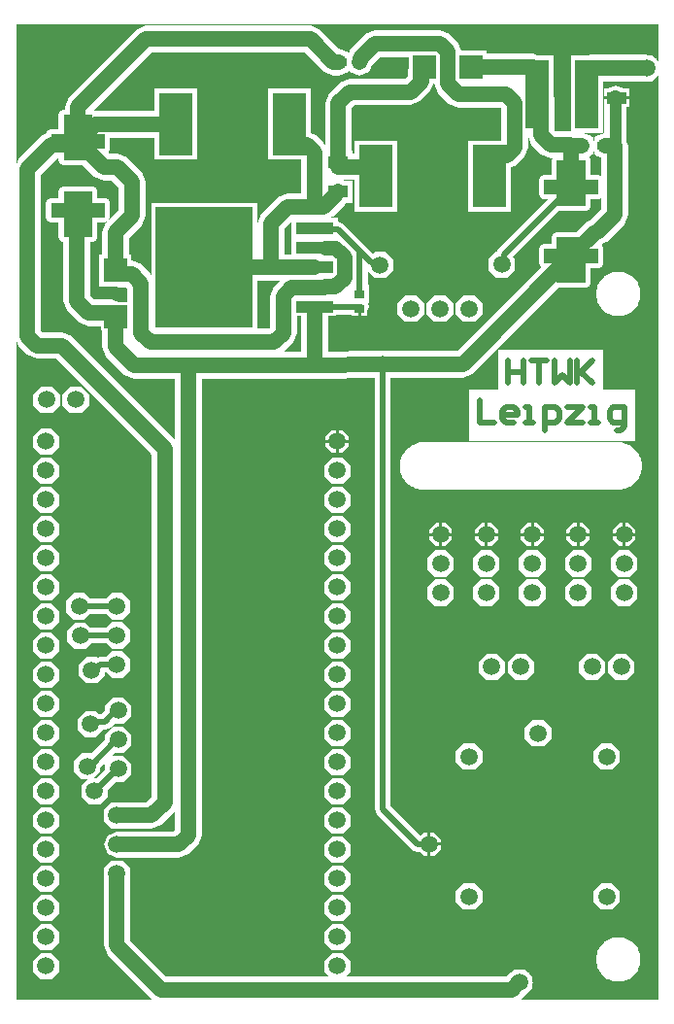
<source format=gbr>
%TF.GenerationSoftware,Altium Limited,Altium Designer,24.8.2 (39)*%
G04 Layer_Physical_Order=1*
G04 Layer_Color=255*
%FSLAX42Y42*%
%MOMM*%
%TF.SameCoordinates,BB747903-394C-41F1-A4B2-47FFA63BDE77*%
%TF.FilePolarity,Positive*%
%TF.FileFunction,Copper,L1,Top,Signal*%
%TF.Part,Single*%
G01*
G75*
%TA.AperFunction,SMDPad,CuDef*%
%ADD10R,2.00X2.00*%
%ADD11R,3.21X1.05*%
%ADD12R,0.85X0.75*%
%ADD13R,0.70X0.70*%
%ADD14R,1.71X1.10*%
%ADD15R,2.90X5.40*%
%ADD16R,8.46X10.53*%
%ADD17R,2.00X6.00*%
%ADD18R,2.00X2.00*%
%TA.AperFunction,Conductor*%
%ADD19C,0.50*%
%ADD20C,1.37*%
%ADD21C,1.27*%
%ADD22C,1.30*%
%ADD23C,1.00*%
%TA.AperFunction,NonConductor*%
%ADD24C,0.50*%
%TA.AperFunction,ComponentPad*%
%ADD25C,1.50*%
%TA.AperFunction,ViaPad*%
%ADD26C,1.50*%
G36*
X5600Y8180D02*
X5585Y8195D01*
X5583Y8201D01*
X5583Y8201D01*
X5577Y8203D01*
X5548Y8232D01*
X5506D01*
X5500Y8235D01*
X5235D01*
X5235Y8235D01*
X5006D01*
X4994Y8230D01*
X4835D01*
Y7567D01*
X4834Y7567D01*
X4706D01*
X4694Y7580D01*
Y7858D01*
X4685Y7880D01*
Y8230D01*
X4544D01*
X4507Y8245D01*
X4103D01*
Y8268D01*
X3881D01*
X3847Y8348D01*
X3782Y8413D01*
X3699Y8447D01*
X3125D01*
X3042Y8413D01*
X2917Y8288D01*
X2900Y8248D01*
X2898Y8253D01*
X2819Y8286D01*
X2652Y8453D01*
X2568Y8487D01*
X1130D01*
X1047Y8453D01*
X457Y7863D01*
X423Y7780D01*
Y7758D01*
X415D01*
X384Y7746D01*
X372Y7715D01*
Y7588D01*
X305D01*
X274Y7576D01*
X262Y7547D01*
X226Y7532D01*
X17Y7323D01*
X0Y7282D01*
Y8500D01*
X5600D01*
Y8180D01*
D02*
G37*
G36*
Y0D02*
X4394D01*
X4405Y4D01*
X4435Y35D01*
X4435D01*
X4465Y65D01*
X4471Y67D01*
X4473Y73D01*
X4503Y102D01*
Y144D01*
X4505Y150D01*
X4503Y156D01*
Y198D01*
X4473Y227D01*
X4471Y233D01*
X4465Y235D01*
X4435Y265D01*
X4393D01*
X4388Y267D01*
X4384D01*
X4378Y265D01*
X4340D01*
X4313Y238D01*
X4301Y233D01*
X4273Y205D01*
X2876D01*
X2915Y244D01*
Y340D01*
X2848Y407D01*
X2752D01*
X2685Y340D01*
Y244D01*
X2724Y205D01*
X1311D01*
X997Y519D01*
Y1096D01*
X995Y1102D01*
Y1144D01*
X965Y1173D01*
X963Y1179D01*
X957Y1181D01*
X928Y1211D01*
X886D01*
X880Y1213D01*
X874Y1211D01*
X832D01*
X803Y1181D01*
X797Y1179D01*
X795Y1173D01*
X765Y1144D01*
Y1102D01*
X763Y1096D01*
Y470D01*
X797Y387D01*
X1179Y4D01*
X1190Y0D01*
X0D01*
Y5738D01*
X17Y5697D01*
X97Y5617D01*
X180Y5583D01*
X351D01*
X1183Y4751D01*
Y1769D01*
X1135Y1721D01*
X880D01*
X874Y1719D01*
X832D01*
X803Y1689D01*
X797Y1687D01*
X795Y1681D01*
X765Y1652D01*
Y1610D01*
X763Y1604D01*
X765Y1598D01*
Y1556D01*
X795Y1527D01*
X797Y1521D01*
X803Y1519D01*
X832Y1489D01*
X874D01*
X880Y1487D01*
X1184D01*
X1267Y1521D01*
X1383Y1636D01*
Y1479D01*
X1371Y1467D01*
X880D01*
X839Y1450D01*
X838D01*
X838Y1450D01*
X797Y1433D01*
X780Y1392D01*
X780Y1392D01*
Y1391D01*
X763Y1350D01*
X780Y1309D01*
Y1308D01*
X780Y1308D01*
X797Y1267D01*
X838Y1250D01*
X838Y1250D01*
X839D01*
X880Y1233D01*
X1420D01*
X1503Y1267D01*
X1583Y1347D01*
X1617Y1430D01*
Y5413D01*
X2603D01*
X2675Y5413D01*
X2676Y5413D01*
X2676Y5413D01*
X3082Y5418D01*
X3125D01*
Y1663D01*
X3125Y1662D01*
X3145Y1613D01*
X3453Y1305D01*
X3453Y1305D01*
X3503Y1285D01*
X3528D01*
X3558Y1255D01*
X3587D01*
Y1355D01*
Y1455D01*
X3558D01*
X3530Y1427D01*
X3265Y1692D01*
Y5418D01*
X3895D01*
X3978Y5452D01*
X4728Y6202D01*
X4965D01*
X4996Y6214D01*
X5008Y6245D01*
Y6372D01*
X5075D01*
X5106Y6384D01*
X5118Y6415D01*
Y6545D01*
X5106Y6576D01*
X5103Y6577D01*
X5119Y6593D01*
X5153Y6607D01*
X5303Y6757D01*
X5337Y6840D01*
Y7440D01*
X5322Y7476D01*
Y7777D01*
X5346D01*
Y7845D01*
X5124D01*
Y7777D01*
X5128D01*
Y7554D01*
X5052Y7523D01*
X5043Y7500D01*
X5040D01*
Y7493D01*
X5035Y7482D01*
Y7515D01*
X5016D01*
X5013Y7523D01*
X4948Y7550D01*
X5115D01*
Y8000D01*
X5235D01*
X5235Y8000D01*
X5500D01*
X5500Y8000D01*
X5506Y8003D01*
X5548D01*
X5577Y8032D01*
X5583Y8034D01*
X5585Y8040D01*
X5600Y8055D01*
Y0D01*
D02*
G37*
G36*
X2685Y8087D02*
X2768Y8053D01*
X2815D01*
X2898Y8087D01*
X2901Y8095D01*
X2906D01*
X2909Y8087D01*
X2992Y8053D01*
X3075Y8087D01*
X3076Y8090D01*
X3083Y8097D01*
X3101Y8140D01*
X3174Y8213D01*
X3423D01*
Y8118D01*
X3414Y8096D01*
Y8052D01*
X3389Y8027D01*
X2905D01*
X2822Y7993D01*
X2727Y7898D01*
X2693Y7815D01*
Y7441D01*
X2682Y7468D01*
X2618Y7532D01*
X2618Y7532D01*
X2570Y7551D01*
Y7940D01*
X2200D01*
Y7320D01*
X2481D01*
Y7027D01*
X2366D01*
X2283Y6993D01*
X2137Y6847D01*
X2103Y6765D01*
Y6946D01*
X1177D01*
Y6317D01*
X1173Y6326D01*
X1093Y6407D01*
X1010Y6441D01*
X1005D01*
Y6495D01*
X982D01*
Y6637D01*
X1093Y6748D01*
X1127Y6831D01*
Y7130D01*
X1093Y7213D01*
X968Y7338D01*
X885Y7372D01*
X814D01*
X803Y7383D01*
X806Y7384D01*
X818Y7415D01*
Y7513D01*
X1210D01*
Y7320D01*
X1580D01*
Y7940D01*
X1210D01*
Y7747D01*
X691D01*
X679Y7753D01*
X1179Y8253D01*
X2520D01*
X2685Y8087D01*
D02*
G37*
G36*
X665Y7545D02*
X775D01*
Y7415D01*
X665D01*
Y7315D01*
X415D01*
Y7415D01*
X305D01*
Y7545D01*
X415D01*
Y7715D01*
X665D01*
Y7545D01*
D02*
G37*
G36*
X5040Y7387D02*
Y7380D01*
X5043D01*
X5052Y7357D01*
X5103Y7336D01*
Y7177D01*
X5075Y7188D01*
X5008D01*
Y7315D01*
X4996Y7346D01*
X4991Y7348D01*
X5013Y7357D01*
X5016Y7365D01*
X5035D01*
Y7398D01*
X5040Y7387D01*
D02*
G37*
G36*
X4965Y7145D02*
X5075D01*
Y7015D01*
X4965D01*
Y6915D01*
X4715D01*
Y7015D01*
X4605D01*
Y7145D01*
X4715D01*
Y7315D01*
X4965D01*
Y7145D01*
D02*
G37*
G36*
X3647Y7980D02*
X3681Y7897D01*
X3772Y7805D01*
X3855Y7771D01*
X4226D01*
X4229Y7768D01*
Y7487D01*
X3942D01*
Y6867D01*
X4312D01*
Y7256D01*
X4360Y7276D01*
X4430Y7345D01*
X4464Y7428D01*
Y7519D01*
X4493Y7448D01*
X4574Y7367D01*
X4658Y7333D01*
X4679D01*
X4672Y7315D01*
Y7188D01*
X4605D01*
X4574Y7176D01*
X4562Y7145D01*
Y7015D01*
X4574Y6984D01*
X4605Y6972D01*
X4632D01*
X4204Y6544D01*
X4196Y6522D01*
X4187D01*
X4120Y6455D01*
Y6360D01*
X4187Y6292D01*
X4283D01*
X4350Y6360D01*
Y6455D01*
X4332Y6473D01*
X4731Y6872D01*
X4965D01*
X4996Y6884D01*
X5008Y6915D01*
Y6972D01*
X5075D01*
X5103Y6983D01*
Y6889D01*
X5001Y6787D01*
X4967Y6773D01*
X4882Y6688D01*
X4715D01*
X4684Y6676D01*
X4672Y6645D01*
Y6588D01*
X4605D01*
X4574Y6576D01*
X4562Y6545D01*
Y6415D01*
X4574Y6384D01*
X4577Y6383D01*
X3846Y5652D01*
X3082D01*
X3081Y5652D01*
X3080Y5652D01*
X2720Y5648D01*
Y5962D01*
X2789D01*
Y5970D01*
X2927D01*
Y5957D01*
X2982D01*
Y6020D01*
X3008D01*
Y5957D01*
X3063D01*
Y5998D01*
X3080Y6040D01*
X3067Y6072D01*
X3078D01*
Y6228D01*
X3066D01*
Y6347D01*
X3125Y6288D01*
X3220D01*
X3288Y6355D01*
Y6450D01*
X3220Y6518D01*
X3125D01*
X3112Y6505D01*
X3045Y6572D01*
X3045Y6572D01*
X2859Y6759D01*
X2809Y6779D01*
X2809Y6779D01*
X2804D01*
Y6812D01*
X2727D01*
X2762Y6827D01*
X2863Y6928D01*
X2865Y6932D01*
X2877Y6945D01*
X2935D01*
Y7135D01*
X2864D01*
X2851Y7141D01*
X2952D01*
Y6867D01*
X3322D01*
Y7487D01*
X2952D01*
Y7375D01*
X2935D01*
Y7395D01*
X2927D01*
Y7766D01*
X2954Y7793D01*
X3438D01*
X3521Y7827D01*
X3614Y7920D01*
X3642Y7988D01*
X3647D01*
Y7980D01*
D02*
G37*
G36*
X372Y7315D02*
X384Y7284D01*
X415Y7272D01*
X582D01*
X682Y7172D01*
X765Y7137D01*
X837D01*
X893Y7081D01*
Y6879D01*
X811Y6798D01*
X818Y6815D01*
Y6945D01*
X806Y6976D01*
X775Y6988D01*
X708D01*
Y7045D01*
X696Y7076D01*
X665Y7088D01*
X415D01*
X384Y7076D01*
X372Y7045D01*
Y6988D01*
X305D01*
X274Y6976D01*
X262Y6945D01*
Y6815D01*
X274Y6784D01*
X305Y6772D01*
X372D01*
Y6645D01*
X384Y6614D01*
X413Y6603D01*
Y6090D01*
X447Y6007D01*
X550Y5903D01*
X633Y5869D01*
X740D01*
Y5830D01*
X748D01*
Y5691D01*
X782Y5607D01*
X943Y5447D01*
X1026Y5413D01*
X1383D01*
Y4884D01*
X483Y5783D01*
X400Y5817D01*
X229D01*
X217Y5829D01*
Y7191D01*
X357Y7331D01*
X372D01*
Y7315D01*
D02*
G37*
G36*
X665Y6945D02*
X775D01*
Y6815D01*
X665D01*
Y6645D01*
X415D01*
Y6815D01*
X305D01*
Y6945D01*
X415D01*
Y7045D01*
X665D01*
Y6945D01*
D02*
G37*
G36*
X2403Y6627D02*
Y6497D01*
X2337D01*
Y6715D01*
X2403Y6780D01*
Y6627D01*
D02*
G37*
G36*
X4965Y6545D02*
X5075D01*
Y6415D01*
X4965D01*
Y6245D01*
X4715D01*
Y6415D01*
X4605D01*
Y6545D01*
X4715D01*
Y6645D01*
X4965D01*
Y6545D01*
D02*
G37*
G36*
X782Y6769D02*
X748Y6686D01*
Y6495D01*
X725D01*
Y6215D01*
X875D01*
X897Y6206D01*
X961D01*
X973Y6195D01*
Y6080D01*
X890D01*
X834Y6104D01*
X682D01*
X647Y6139D01*
Y6602D01*
X665D01*
X696Y6614D01*
X708Y6645D01*
Y6772D01*
X775D01*
X792Y6779D01*
X782Y6769D01*
D02*
G37*
G36*
X2247Y6213D02*
X2213Y6130D01*
Y5859D01*
X2201Y5847D01*
X2103D01*
Y6263D01*
X2297D01*
X2247Y6213D01*
D02*
G37*
G36*
X2486Y5647D02*
X2333D01*
X2413Y5727D01*
X2447Y5810D01*
Y5962D01*
X2486D01*
Y5647D01*
D02*
G37*
%LPC*%
G36*
X5225Y7970D02*
X5176Y7950D01*
X5156Y7941D01*
X5154Y7939D01*
X5153Y7938D01*
X5124D01*
Y7870D01*
X5235D01*
X5346D01*
Y7938D01*
X5295D01*
X5294Y7941D01*
X5225Y7970D01*
D02*
G37*
G36*
X5265Y6343D02*
X5235D01*
X5231Y6342D01*
X5227Y6342D01*
X5198Y6337D01*
X5194Y6334D01*
X5190D01*
X5162Y6323D01*
X5159Y6320D01*
X5155Y6319D01*
X5130Y6303D01*
X5128Y6299D01*
X5124Y6297D01*
X5103Y6276D01*
X5101Y6272D01*
X5097Y6270D01*
X5081Y6245D01*
X5080Y6241D01*
X5077Y6238D01*
X5066Y6210D01*
Y6206D01*
X5063Y6202D01*
X5058Y6173D01*
X5058Y6169D01*
X5057Y6165D01*
Y6150D01*
Y6135D01*
X5058Y6131D01*
X5058Y6127D01*
X5063Y6098D01*
X5066Y6094D01*
Y6090D01*
X5077Y6062D01*
X5080Y6059D01*
X5081Y6055D01*
X5097Y6030D01*
X5101Y6028D01*
X5103Y6024D01*
X5124Y6003D01*
X5128Y6001D01*
X5130Y5997D01*
X5155Y5981D01*
X5159Y5980D01*
X5162Y5977D01*
X5190Y5966D01*
X5194D01*
X5198Y5963D01*
X5227Y5958D01*
X5231Y5958D01*
X5235Y5957D01*
X5265D01*
X5269Y5958D01*
X5273Y5958D01*
X5302Y5963D01*
X5306Y5966D01*
X5310D01*
X5338Y5977D01*
X5341Y5980D01*
X5345Y5981D01*
X5370Y5997D01*
X5372Y6001D01*
X5376Y6003D01*
X5397Y6024D01*
X5399Y6028D01*
X5403Y6030D01*
X5419Y6055D01*
X5420Y6059D01*
X5423Y6062D01*
X5434Y6090D01*
Y6094D01*
X5437Y6098D01*
X5442Y6127D01*
X5442Y6131D01*
X5443Y6135D01*
Y6150D01*
Y6165D01*
X5442Y6169D01*
X5442Y6173D01*
X5437Y6202D01*
X5434Y6206D01*
Y6210D01*
X5423Y6238D01*
X5420Y6241D01*
X5419Y6245D01*
X5403Y6270D01*
X5399Y6272D01*
X5397Y6276D01*
X5376Y6297D01*
X5372Y6299D01*
X5370Y6303D01*
X5345Y6319D01*
X5341Y6320D01*
X5338Y6323D01*
X5310Y6334D01*
X5306D01*
X5302Y6337D01*
X5273Y6342D01*
X5269Y6342D01*
X5265Y6343D01*
D02*
G37*
G36*
X567Y5342D02*
X472D01*
X405Y5275D01*
Y5180D01*
X472Y5112D01*
X567D01*
X635Y5180D01*
Y5275D01*
X567Y5342D01*
D02*
G37*
G36*
X313D02*
X218D01*
X151Y5275D01*
Y5180D01*
X218Y5112D01*
X313D01*
X381Y5180D01*
Y5275D01*
X313Y5342D01*
D02*
G37*
G36*
X2842Y4964D02*
X2813D01*
Y4877D01*
X2900D01*
Y4906D01*
X2842Y4964D01*
D02*
G37*
G36*
X2787D02*
X2758D01*
X2700Y4906D01*
Y4877D01*
X2787D01*
Y4964D01*
D02*
G37*
G36*
X5116Y5662D02*
X4203D01*
Y5317D01*
X3950D01*
Y4870D01*
X5396D01*
Y5317D01*
X5116D01*
Y5662D01*
D02*
G37*
G36*
X5266Y4856D02*
X3534D01*
X3530Y4854D01*
X3526Y4855D01*
X3494Y4849D01*
X3490Y4846D01*
X3486D01*
X3456Y4834D01*
X3453Y4831D01*
X3449Y4830D01*
X3422Y4812D01*
X3420Y4809D01*
X3416Y4807D01*
X3393Y4784D01*
X3391Y4780D01*
X3388Y4778D01*
X3370Y4751D01*
X3369Y4747D01*
X3366Y4744D01*
X3354Y4714D01*
Y4710D01*
X3351Y4706D01*
X3345Y4674D01*
X3346Y4670D01*
X3344Y4666D01*
Y4650D01*
Y4634D01*
X3346Y4630D01*
X3345Y4626D01*
X3351Y4594D01*
X3354Y4590D01*
Y4586D01*
X3366Y4556D01*
X3369Y4553D01*
X3370Y4549D01*
X3388Y4522D01*
X3391Y4520D01*
X3393Y4516D01*
X3416Y4493D01*
X3420Y4491D01*
X3422Y4488D01*
X3449Y4470D01*
X3453Y4469D01*
X3456Y4466D01*
X3486Y4454D01*
X3490D01*
X3494Y4451D01*
X3526Y4445D01*
X3530Y4446D01*
X3534Y4444D01*
X5266D01*
X5270Y4446D01*
X5274Y4445D01*
X5306Y4451D01*
X5310Y4454D01*
X5314D01*
X5344Y4466D01*
X5347Y4469D01*
X5351Y4470D01*
X5378Y4488D01*
X5380Y4491D01*
X5384Y4493D01*
X5407Y4516D01*
X5409Y4520D01*
X5412Y4522D01*
X5430Y4549D01*
X5431Y4553D01*
X5434Y4556D01*
X5446Y4586D01*
Y4590D01*
X5449Y4594D01*
X5455Y4626D01*
X5454Y4630D01*
X5456Y4634D01*
Y4650D01*
Y4666D01*
X5454Y4670D01*
X5455Y4674D01*
X5449Y4706D01*
X5446Y4710D01*
Y4714D01*
X5434Y4744D01*
X5431Y4747D01*
X5430Y4751D01*
X5412Y4778D01*
X5409Y4780D01*
X5407Y4784D01*
X5384Y4807D01*
X5380Y4809D01*
X5378Y4812D01*
X5351Y4830D01*
X5347Y4831D01*
X5344Y4834D01*
X5314Y4846D01*
X5310D01*
X5306Y4849D01*
X5274Y4855D01*
X5270Y4854D01*
X5266Y4856D01*
D02*
G37*
G36*
X2900Y4851D02*
X2813D01*
Y4764D01*
X2842D01*
X2900Y4822D01*
Y4851D01*
D02*
G37*
G36*
X2787D02*
X2700D01*
Y4822D01*
X2758Y4764D01*
X2787D01*
Y4851D01*
D02*
G37*
G36*
X308Y4979D02*
X212D01*
X145Y4912D01*
Y4816D01*
X212Y4749D01*
X308D01*
X375Y4816D01*
Y4912D01*
X308Y4979D01*
D02*
G37*
G36*
X2848Y4725D02*
X2752D01*
X2685Y4658D01*
Y4562D01*
X2752Y4495D01*
X2848D01*
X2915Y4562D01*
Y4658D01*
X2848Y4725D01*
D02*
G37*
G36*
X308D02*
X212D01*
X145Y4658D01*
Y4562D01*
X212Y4495D01*
X308D01*
X375Y4562D01*
Y4658D01*
X308Y4725D01*
D02*
G37*
G36*
X2848Y4471D02*
X2752D01*
X2685Y4404D01*
Y4308D01*
X2752Y4241D01*
X2848D01*
X2915Y4308D01*
Y4404D01*
X2848Y4471D01*
D02*
G37*
G36*
X308D02*
X212D01*
X145Y4404D01*
Y4308D01*
X212Y4241D01*
X308D01*
X375Y4308D01*
Y4404D01*
X308Y4471D01*
D02*
G37*
G36*
X4142Y4154D02*
X4113D01*
Y4067D01*
X4200D01*
Y4096D01*
X4142Y4154D01*
D02*
G37*
G36*
X3742D02*
X3713D01*
Y4067D01*
X3800D01*
Y4096D01*
X3742Y4154D01*
D02*
G37*
G36*
X5342D02*
X5313D01*
Y4067D01*
X5400D01*
Y4096D01*
X5342Y4154D01*
D02*
G37*
G36*
X4942D02*
X4913D01*
Y4067D01*
X5000D01*
Y4096D01*
X4942Y4154D01*
D02*
G37*
G36*
X4542D02*
X4513D01*
Y4067D01*
X4600D01*
Y4096D01*
X4542Y4154D01*
D02*
G37*
G36*
X4087D02*
X4058D01*
X4000Y4096D01*
Y4067D01*
X4087D01*
Y4154D01*
D02*
G37*
G36*
X3687D02*
X3658D01*
X3600Y4096D01*
Y4067D01*
X3687D01*
Y4154D01*
D02*
G37*
G36*
X5287D02*
X5258D01*
X5200Y4096D01*
Y4067D01*
X5287D01*
Y4154D01*
D02*
G37*
G36*
X4887D02*
X4858D01*
X4800Y4096D01*
Y4067D01*
X4887D01*
Y4154D01*
D02*
G37*
G36*
X4487D02*
X4458D01*
X4400Y4096D01*
Y4067D01*
X4487D01*
Y4154D01*
D02*
G37*
G36*
X2848Y4217D02*
X2752D01*
X2685Y4150D01*
Y4054D01*
X2752Y3987D01*
X2848D01*
X2915Y4054D01*
Y4150D01*
X2848Y4217D01*
D02*
G37*
G36*
X308D02*
X212D01*
X145Y4150D01*
Y4054D01*
X212Y3987D01*
X308D01*
X375Y4054D01*
Y4150D01*
X308Y4217D01*
D02*
G37*
G36*
X5400Y4041D02*
X5313D01*
Y3954D01*
X5342D01*
X5400Y4012D01*
Y4041D01*
D02*
G37*
G36*
X5287D02*
X5200D01*
Y4012D01*
X5258Y3954D01*
X5287D01*
Y4041D01*
D02*
G37*
G36*
X5000D02*
X4913D01*
Y3954D01*
X4942D01*
X5000Y4012D01*
Y4041D01*
D02*
G37*
G36*
X4887D02*
X4800D01*
Y4012D01*
X4858Y3954D01*
X4887D01*
Y4041D01*
D02*
G37*
G36*
X4600D02*
X4513D01*
Y3954D01*
X4542D01*
X4600Y4012D01*
Y4041D01*
D02*
G37*
G36*
X4487D02*
X4400D01*
Y4012D01*
X4458Y3954D01*
X4487D01*
Y4041D01*
D02*
G37*
G36*
X4200D02*
X4113D01*
Y3954D01*
X4142D01*
X4200Y4012D01*
Y4041D01*
D02*
G37*
G36*
X4087D02*
X4000D01*
Y4012D01*
X4058Y3954D01*
X4087D01*
Y4041D01*
D02*
G37*
G36*
X3800D02*
X3713D01*
Y3954D01*
X3742D01*
X3800Y4012D01*
Y4041D01*
D02*
G37*
G36*
X3687D02*
X3600D01*
Y4012D01*
X3658Y3954D01*
X3687D01*
Y4041D01*
D02*
G37*
G36*
X2848Y3963D02*
X2752D01*
X2685Y3896D01*
Y3800D01*
X2752Y3733D01*
X2848D01*
X2915Y3800D01*
Y3896D01*
X2848Y3963D01*
D02*
G37*
G36*
X308D02*
X212D01*
X145Y3896D01*
Y3800D01*
X212Y3733D01*
X308D01*
X375Y3800D01*
Y3896D01*
X308Y3963D01*
D02*
G37*
G36*
X5348Y3915D02*
X5252D01*
X5185Y3848D01*
Y3752D01*
X5252Y3685D01*
X5348D01*
X5415Y3752D01*
Y3848D01*
X5348Y3915D01*
D02*
G37*
G36*
X4948D02*
X4852D01*
X4785Y3848D01*
Y3752D01*
X4852Y3685D01*
X4948D01*
X5015Y3752D01*
Y3848D01*
X4948Y3915D01*
D02*
G37*
G36*
X4548D02*
X4452D01*
X4385Y3848D01*
Y3752D01*
X4452Y3685D01*
X4548D01*
X4615Y3752D01*
Y3848D01*
X4548Y3915D01*
D02*
G37*
G36*
X4148D02*
X4052D01*
X3985Y3848D01*
Y3752D01*
X4052Y3685D01*
X4148D01*
X4215Y3752D01*
Y3848D01*
X4148Y3915D01*
D02*
G37*
G36*
X3748D02*
X3652D01*
X3585Y3848D01*
Y3752D01*
X3652Y3685D01*
X3748D01*
X3815Y3752D01*
Y3848D01*
X3748Y3915D01*
D02*
G37*
G36*
X928Y3543D02*
X832D01*
X788Y3498D01*
X643D01*
X598Y3543D01*
X503D01*
X436Y3476D01*
Y3380D01*
X503Y3313D01*
X598D01*
X643Y3358D01*
X788D01*
X832Y3313D01*
X928D01*
X995Y3380D01*
Y3476D01*
X928Y3543D01*
D02*
G37*
G36*
X2848Y3709D02*
X2752D01*
X2685Y3642D01*
Y3546D01*
X2752Y3479D01*
X2848D01*
X2915Y3546D01*
Y3642D01*
X2848Y3709D01*
D02*
G37*
G36*
X308D02*
X212D01*
X145Y3642D01*
Y3546D01*
X212Y3479D01*
X308D01*
X375Y3546D01*
Y3642D01*
X308Y3709D01*
D02*
G37*
G36*
X5348Y3661D02*
X5252D01*
X5185Y3594D01*
Y3498D01*
X5252Y3431D01*
X5348D01*
X5415Y3498D01*
Y3594D01*
X5348Y3661D01*
D02*
G37*
G36*
X4948D02*
X4852D01*
X4785Y3594D01*
Y3498D01*
X4852Y3431D01*
X4948D01*
X5015Y3498D01*
Y3594D01*
X4948Y3661D01*
D02*
G37*
G36*
X4548D02*
X4452D01*
X4385Y3594D01*
Y3498D01*
X4452Y3431D01*
X4548D01*
X4615Y3498D01*
Y3594D01*
X4548Y3661D01*
D02*
G37*
G36*
X4148D02*
X4052D01*
X3985Y3594D01*
Y3498D01*
X4052Y3431D01*
X4148D01*
X4215Y3498D01*
Y3594D01*
X4148Y3661D01*
D02*
G37*
G36*
X3748D02*
X3652D01*
X3585Y3594D01*
Y3498D01*
X3652Y3431D01*
X3748D01*
X3815Y3498D01*
Y3594D01*
X3748Y3661D01*
D02*
G37*
G36*
X928Y3289D02*
X832D01*
X788Y3244D01*
X651D01*
X608Y3288D01*
X512D01*
X445Y3220D01*
Y3125D01*
X512Y3058D01*
X608D01*
X654Y3104D01*
X788D01*
X832Y3059D01*
X928D01*
X995Y3126D01*
Y3222D01*
X928Y3289D01*
D02*
G37*
G36*
X2848Y3455D02*
X2752D01*
X2685Y3388D01*
Y3292D01*
X2752Y3225D01*
X2848D01*
X2915Y3292D01*
Y3388D01*
X2848Y3455D01*
D02*
G37*
G36*
X308D02*
X212D01*
X145Y3388D01*
Y3292D01*
X212Y3225D01*
X308D01*
X375Y3292D01*
Y3388D01*
X308Y3455D01*
D02*
G37*
G36*
X928Y3035D02*
X832D01*
X788Y2990D01*
X733D01*
X711Y2981D01*
X705Y2987D01*
X610D01*
X543Y2919D01*
Y2824D01*
X610Y2757D01*
X705D01*
X772Y2824D01*
Y2850D01*
X788D01*
X832Y2805D01*
X928D01*
X995Y2872D01*
Y2968D01*
X928Y3035D01*
D02*
G37*
G36*
X2848Y3201D02*
X2752D01*
X2685Y3134D01*
Y3038D01*
X2752Y2971D01*
X2848D01*
X2915Y3038D01*
Y3134D01*
X2848Y3201D01*
D02*
G37*
G36*
X308D02*
X212D01*
X145Y3134D01*
Y3038D01*
X212Y2971D01*
X308D01*
X375Y3038D01*
Y3134D01*
X308Y3201D01*
D02*
G37*
G36*
X5325Y3015D02*
X5229D01*
X5162Y2948D01*
Y2852D01*
X5229Y2785D01*
X5325D01*
X5392Y2852D01*
Y2948D01*
X5325Y3015D01*
D02*
G37*
G36*
X5071D02*
X4975D01*
X4908Y2948D01*
Y2852D01*
X4975Y2785D01*
X5071D01*
X5138Y2852D01*
Y2948D01*
X5071Y3015D01*
D02*
G37*
G36*
X4448D02*
X4352D01*
X4285Y2948D01*
Y2852D01*
X4352Y2785D01*
X4448D01*
X4515Y2852D01*
Y2948D01*
X4448Y3015D01*
D02*
G37*
G36*
X4194D02*
X4098D01*
X4031Y2948D01*
Y2852D01*
X4098Y2785D01*
X4194D01*
X4261Y2852D01*
Y2948D01*
X4194Y3015D01*
D02*
G37*
G36*
X2848Y2947D02*
X2752D01*
X2685Y2880D01*
Y2784D01*
X2752Y2717D01*
X2848D01*
X2915Y2784D01*
Y2880D01*
X2848Y2947D01*
D02*
G37*
G36*
X308D02*
X212D01*
X145Y2880D01*
Y2784D01*
X212Y2717D01*
X308D01*
X375Y2784D01*
Y2880D01*
X308Y2947D01*
D02*
G37*
G36*
X938Y2633D02*
X842D01*
X775Y2566D01*
Y2522D01*
X745Y2492D01*
X723D01*
X698Y2517D01*
X602D01*
X535Y2450D01*
Y2355D01*
X602Y2288D01*
X698D01*
X761Y2351D01*
X774D01*
X774Y2351D01*
X824Y2372D01*
X855Y2403D01*
X938D01*
X1005Y2470D01*
Y2566D01*
X938Y2633D01*
D02*
G37*
G36*
X2848Y2693D02*
X2752D01*
X2685Y2626D01*
Y2530D01*
X2752Y2463D01*
X2848D01*
X2915Y2530D01*
Y2626D01*
X2848Y2693D01*
D02*
G37*
G36*
X308D02*
X212D01*
X145Y2626D01*
Y2530D01*
X212Y2463D01*
X308D01*
X375Y2530D01*
Y2626D01*
X308Y2693D01*
D02*
G37*
G36*
X2848Y2439D02*
X2752D01*
X2685Y2372D01*
Y2276D01*
X2752Y2209D01*
X2848D01*
X2915Y2276D01*
Y2372D01*
X2848Y2439D01*
D02*
G37*
G36*
X308D02*
X212D01*
X145Y2372D01*
Y2276D01*
X212Y2209D01*
X308D01*
X375Y2276D01*
Y2372D01*
X308Y2439D01*
D02*
G37*
G36*
X4598Y2435D02*
X4502D01*
X4435Y2368D01*
Y2272D01*
X4502Y2205D01*
X4598D01*
X4665Y2272D01*
Y2368D01*
X4598Y2435D01*
D02*
G37*
G36*
X5198Y2235D02*
X5102D01*
X5035Y2168D01*
Y2072D01*
X5102Y2005D01*
X5198D01*
X5265Y2072D01*
Y2168D01*
X5198Y2235D01*
D02*
G37*
G36*
X3998D02*
X3902D01*
X3835Y2168D01*
Y2072D01*
X3902Y2005D01*
X3998D01*
X4065Y2072D01*
Y2168D01*
X3998Y2235D01*
D02*
G37*
G36*
X2848Y2185D02*
X2752D01*
X2685Y2118D01*
Y2022D01*
X2752Y1955D01*
X2848D01*
X2915Y2022D01*
Y2118D01*
X2848Y2185D01*
D02*
G37*
G36*
X308D02*
X212D01*
X145Y2118D01*
Y2022D01*
X212Y1955D01*
X308D01*
X375Y2022D01*
Y2118D01*
X308Y2185D01*
D02*
G37*
G36*
X938Y2379D02*
X842D01*
X775Y2312D01*
Y2262D01*
X660Y2148D01*
X570D01*
X503Y2080D01*
Y1985D01*
X570Y1917D01*
X620D01*
X568Y1865D01*
Y1770D01*
X635Y1702D01*
X730D01*
X797Y1770D01*
Y1826D01*
X867Y1895D01*
X938D01*
X1005Y1962D01*
Y2058D01*
X938Y2125D01*
X842D01*
X775Y2058D01*
Y2002D01*
X706Y1933D01*
X680D01*
X732Y1985D01*
Y2021D01*
X861Y2149D01*
X938D01*
X1005Y2216D01*
Y2312D01*
X938Y2379D01*
D02*
G37*
G36*
X2848Y1931D02*
X2752D01*
X2685Y1864D01*
Y1768D01*
X2752Y1701D01*
X2848D01*
X2915Y1768D01*
Y1864D01*
X2848Y1931D01*
D02*
G37*
G36*
X308D02*
X212D01*
X145Y1864D01*
Y1768D01*
X212Y1701D01*
X308D01*
X375Y1768D01*
Y1864D01*
X308Y1931D01*
D02*
G37*
G36*
X2848Y1677D02*
X2752D01*
X2685Y1610D01*
Y1514D01*
X2752Y1447D01*
X2848D01*
X2915Y1514D01*
Y1610D01*
X2848Y1677D01*
D02*
G37*
G36*
X308D02*
X212D01*
X145Y1610D01*
Y1514D01*
X212Y1447D01*
X308D01*
X375Y1514D01*
Y1610D01*
X308Y1677D01*
D02*
G37*
G36*
X3642Y1455D02*
X3613D01*
Y1368D01*
X3700D01*
Y1397D01*
X3642Y1455D01*
D02*
G37*
G36*
X3700Y1342D02*
X3613D01*
Y1255D01*
X3642D01*
X3700Y1313D01*
Y1342D01*
D02*
G37*
G36*
X2848Y1423D02*
X2752D01*
X2685Y1356D01*
Y1260D01*
X2752Y1193D01*
X2848D01*
X2915Y1260D01*
Y1356D01*
X2848Y1423D01*
D02*
G37*
G36*
X308D02*
X212D01*
X145Y1356D01*
Y1260D01*
X212Y1193D01*
X308D01*
X375Y1260D01*
Y1356D01*
X308Y1423D01*
D02*
G37*
G36*
X2848Y1169D02*
X2752D01*
X2685Y1102D01*
Y1006D01*
X2752Y939D01*
X2848D01*
X2915Y1006D01*
Y1102D01*
X2848Y1169D01*
D02*
G37*
G36*
X308D02*
X212D01*
X145Y1102D01*
Y1006D01*
X212Y939D01*
X308D01*
X375Y1006D01*
Y1102D01*
X308Y1169D01*
D02*
G37*
G36*
X5198Y1015D02*
X5102D01*
X5035Y948D01*
Y852D01*
X5102Y785D01*
X5198D01*
X5265Y852D01*
Y948D01*
X5198Y1015D01*
D02*
G37*
G36*
X3998D02*
X3902D01*
X3835Y948D01*
Y852D01*
X3902Y785D01*
X3998D01*
X4065Y852D01*
Y948D01*
X3998Y1015D01*
D02*
G37*
G36*
X2848Y915D02*
X2752D01*
X2685Y848D01*
Y752D01*
X2752Y685D01*
X2848D01*
X2915Y752D01*
Y848D01*
X2848Y915D01*
D02*
G37*
G36*
X308D02*
X212D01*
X145Y848D01*
Y752D01*
X212Y685D01*
X308D01*
X375Y752D01*
Y848D01*
X308Y915D01*
D02*
G37*
G36*
X5265Y543D02*
X5235D01*
X5231Y542D01*
X5227Y542D01*
X5198Y537D01*
X5194Y534D01*
X5190D01*
X5162Y523D01*
X5159Y520D01*
X5155Y519D01*
X5130Y503D01*
X5128Y499D01*
X5124Y497D01*
X5103Y476D01*
X5101Y472D01*
X5097Y470D01*
X5081Y445D01*
X5080Y441D01*
X5077Y438D01*
X5066Y410D01*
Y406D01*
X5063Y402D01*
X5058Y373D01*
X5058Y369D01*
X5057Y365D01*
Y350D01*
Y335D01*
X5058Y331D01*
X5058Y327D01*
X5063Y298D01*
X5066Y294D01*
Y290D01*
X5077Y262D01*
X5080Y259D01*
X5081Y255D01*
X5097Y230D01*
X5101Y228D01*
X5103Y224D01*
X5124Y203D01*
X5128Y201D01*
X5130Y197D01*
X5155Y181D01*
X5159Y180D01*
X5162Y177D01*
X5190Y166D01*
X5194D01*
X5198Y163D01*
X5227Y158D01*
X5231Y158D01*
X5235Y157D01*
X5265D01*
X5269Y158D01*
X5273Y158D01*
X5302Y163D01*
X5306Y166D01*
X5310D01*
X5338Y177D01*
X5341Y180D01*
X5345Y181D01*
X5370Y197D01*
X5372Y201D01*
X5376Y203D01*
X5397Y224D01*
X5399Y228D01*
X5403Y230D01*
X5419Y255D01*
X5420Y259D01*
X5423Y262D01*
X5434Y290D01*
Y294D01*
X5437Y298D01*
X5442Y327D01*
X5442Y331D01*
X5443Y335D01*
Y350D01*
Y365D01*
X5442Y369D01*
X5442Y373D01*
X5437Y402D01*
X5434Y406D01*
Y410D01*
X5423Y438D01*
X5420Y441D01*
X5419Y445D01*
X5403Y470D01*
X5399Y472D01*
X5397Y476D01*
X5376Y497D01*
X5372Y499D01*
X5370Y503D01*
X5345Y519D01*
X5341Y520D01*
X5338Y523D01*
X5310Y534D01*
X5306D01*
X5302Y537D01*
X5273Y542D01*
X5269Y542D01*
X5265Y543D01*
D02*
G37*
G36*
X2848Y661D02*
X2752D01*
X2685Y594D01*
Y498D01*
X2752Y431D01*
X2848D01*
X2915Y498D01*
Y594D01*
X2848Y661D01*
D02*
G37*
G36*
X308D02*
X212D01*
X145Y594D01*
Y498D01*
X212Y431D01*
X308D01*
X375Y498D01*
Y594D01*
X308Y661D01*
D02*
G37*
G36*
Y407D02*
X212D01*
X145Y340D01*
Y244D01*
X212Y177D01*
X308D01*
X375Y244D01*
Y340D01*
X308Y407D01*
D02*
G37*
G36*
X3997Y6138D02*
X3901D01*
X3834Y6070D01*
Y5975D01*
X3901Y5908D01*
X3997D01*
X4064Y5975D01*
Y6070D01*
X3997Y6138D01*
D02*
G37*
G36*
X3743D02*
X3647D01*
X3580Y6070D01*
Y5975D01*
X3647Y5908D01*
X3743D01*
X3810Y5975D01*
Y6070D01*
X3743Y6138D01*
D02*
G37*
G36*
X3489D02*
X3393D01*
X3326Y6070D01*
Y5975D01*
X3393Y5908D01*
X3489D01*
X3556Y5975D01*
Y6070D01*
X3489Y6138D01*
D02*
G37*
%LPD*%
D10*
X865Y5955D02*
D03*
X540Y6880D02*
D03*
X4840Y6480D02*
D03*
Y7080D02*
D03*
X540Y7480D02*
D03*
X865Y6355D02*
D03*
D11*
X2603Y6040D02*
D03*
Y6720D02*
D03*
Y6550D02*
D03*
Y6380D02*
D03*
Y6210D02*
D03*
D12*
X2995Y6020D02*
D03*
Y6150D02*
D03*
D13*
X5100Y7440D02*
D03*
X4960D02*
D03*
X2850Y8170D02*
D03*
X2990D02*
D03*
D14*
X5235Y7857D02*
D03*
X2810Y7300D02*
D03*
Y7040D02*
D03*
X5235Y8118D02*
D03*
D15*
X4127Y7177D02*
D03*
X3137D02*
D03*
X2385Y7630D02*
D03*
X1395D02*
D03*
D16*
X1640Y6380D02*
D03*
D17*
X4545Y7890D02*
D03*
X4975D02*
D03*
D18*
X3563Y8128D02*
D03*
X3963D02*
D03*
D19*
X2996Y6523D02*
X3096Y6422D01*
X3153D02*
X3173Y6403D01*
X3096Y6422D02*
X3153D01*
X2614Y6709D02*
X2809D01*
X2603Y6720D02*
X2614Y6709D01*
X2809D02*
X2996Y6523D01*
Y6151D02*
Y6523D01*
X2995Y6150D02*
X2996Y6151D01*
X876Y2264D02*
X890D01*
X645Y2033D02*
X876Y2264D01*
X618Y2033D02*
X645D01*
X690Y1817D02*
X882Y2010D01*
X890D01*
X682Y1817D02*
X690D01*
X2605Y6040D02*
X3010D01*
X774Y2422D02*
X871Y2518D01*
X650Y2402D02*
X669Y2422D01*
X774D01*
X871Y2518D02*
X890D01*
X560Y3173D02*
X561Y3174D01*
X880D01*
X657Y2872D02*
X685D01*
X733Y2920D02*
X880D01*
X685Y2872D02*
X733Y2920D01*
X550Y3428D02*
X880D01*
X3503Y1355D02*
X3600D01*
X3195Y1662D02*
X3503Y1355D01*
X3195Y1662D02*
Y5535D01*
X4254Y6494D02*
X4840Y7080D01*
X4254Y6427D02*
Y6494D01*
X4235Y6407D02*
X4254Y6427D01*
X4146Y2900D02*
X4146Y2900D01*
X5023D02*
X5023Y2900D01*
X4823Y7063D02*
X4840Y7080D01*
X4713Y7063D02*
X4823D01*
D20*
X2853Y6477D02*
X2862Y6467D01*
Y6287D02*
Y6467D01*
X2403Y6203D02*
X2688D01*
X2695Y6210D02*
X2785D01*
X2688Y6203D02*
X2695Y6210D01*
X2785D02*
X2862Y6287D01*
X4347Y7428D02*
Y7817D01*
X4110Y7265D02*
X4204Y7359D01*
X3855Y7889D02*
X4275D01*
X4347Y7817D01*
X4204Y7359D02*
X4277D01*
X4110Y7180D02*
Y7265D01*
X4277Y7359D02*
X4347Y7428D01*
X2679Y6910D02*
X2780Y7011D01*
X2565Y6910D02*
X2679D01*
X2565D02*
X2585Y6930D01*
X2366Y6910D02*
X2565D01*
X2535Y7449D02*
X2599Y7385D01*
X2461Y7449D02*
X2535D01*
X2385Y7525D02*
X2461Y7449D01*
X2385Y7525D02*
Y7630D01*
X2599Y6985D02*
Y7385D01*
X1130Y8370D02*
X2568D01*
X2768Y8170D01*
X2815D01*
X4658Y7450D02*
X4834D01*
X4844Y7440D01*
X4577Y7531D02*
Y7858D01*
Y7531D02*
X4658Y7450D01*
X4545Y7890D02*
X4577Y7858D01*
X5500Y8118D02*
X5500Y8118D01*
X5235Y8118D02*
X5235Y8118D01*
X5500D01*
X5006Y8118D02*
X5235D01*
X4975Y8086D02*
X5006Y8118D01*
X4975Y7890D02*
Y8086D01*
X2992Y8170D02*
Y8172D01*
X3000Y8180D01*
Y8205D01*
X3125Y8330D01*
X3699D02*
X3764Y8265D01*
Y7980D02*
Y8265D01*
X3125Y8330D02*
X3699D01*
X3764Y7980D02*
X3855Y7889D01*
X3531Y8096D02*
X3563Y8128D01*
X3531Y8004D02*
Y8096D01*
X3438Y7910D02*
X3531Y8004D01*
X2905Y7910D02*
X3438D01*
X2810Y7258D02*
X3043D01*
X2810D02*
Y7815D01*
X3969Y8128D02*
X4507D01*
X4545Y8090D01*
Y7890D02*
Y8090D01*
X4808Y6448D02*
X5050Y6690D01*
X2330Y6130D02*
X2403Y6203D01*
X2603Y5530D02*
Y5981D01*
X2605Y5983D01*
X865Y6355D02*
Y6686D01*
X1090Y5810D02*
X1170Y5730D01*
X865Y5691D02*
X1026Y5530D01*
X1010Y6323D02*
X1090Y6243D01*
X1170Y5730D02*
X2250D01*
X1090Y5810D02*
Y6243D01*
X897Y6323D02*
X1010D01*
X1026Y5530D02*
X1500D01*
X865Y6355D02*
X897Y6323D01*
X865Y5691D02*
Y5955D01*
X540Y7780D02*
X1130Y8370D01*
X1420Y1350D02*
X1500Y1430D01*
X880Y1350D02*
X1420D01*
X1500Y1430D02*
Y5530D01*
X2603D01*
X2675Y5530D01*
X633Y5987D02*
X834D01*
X865Y5955D01*
X530Y6090D02*
X633Y5987D01*
X530Y6090D02*
Y6870D01*
X540Y6880D01*
X2675Y5530D02*
X3082Y5535D01*
X3195D01*
X3895D01*
X4808Y6448D01*
Y6448D01*
X5050Y6690D02*
X5070D01*
X5220Y6840D01*
Y7440D01*
X5135D02*
X5220D01*
X540Y7480D02*
Y7780D01*
X2220Y6764D02*
X2366Y6910D01*
X2220Y6410D02*
Y6764D01*
X2780Y7011D02*
Y7013D01*
X1640Y6380D02*
X2603D01*
X2780Y7013D02*
X2806Y7040D01*
X2810D01*
X880Y470D02*
X1262Y88D01*
X880Y470D02*
Y1096D01*
X1262Y88D02*
X4321D01*
X4384Y150D02*
X4388D01*
X4321Y88D02*
X4384Y150D01*
X4844Y7440D02*
X4930D01*
X400Y5700D02*
X1300Y4800D01*
X100Y5780D02*
Y7240D01*
X180Y5700D02*
X400D01*
X100Y5780D02*
X180Y5700D01*
X1300Y1720D02*
Y4800D01*
X2250Y5730D02*
X2330Y5810D01*
Y6130D01*
X508Y7449D02*
X540Y7480D01*
X309Y7449D02*
X508D01*
X100Y7240D02*
X309Y7449D01*
X1184Y1604D02*
X1300Y1720D01*
X880Y1604D02*
X1184D01*
X540Y7480D02*
X690Y7630D01*
X1395D01*
X765Y7255D02*
X885D01*
X1010Y7130D01*
X540Y7480D02*
X765Y7255D01*
X865Y6686D02*
X1010Y6831D01*
Y7130D01*
X4840Y7436D02*
X4844Y7440D01*
X4840Y7080D02*
Y7436D01*
X2810Y7815D02*
X2905Y7910D01*
X3043Y7258D02*
X3120Y7181D01*
Y7180D02*
Y7181D01*
D21*
X2700Y6550D02*
X2784D01*
D22*
X2853Y6477D02*
Y6482D01*
X2784Y6550D02*
X2853Y6482D01*
D23*
X5225Y7457D02*
Y7872D01*
X5222Y7870D02*
X5225Y7872D01*
D24*
X4040Y5227D02*
Y5027D01*
X4173D01*
X4340D02*
X4273D01*
X4240Y5060D01*
Y5127D01*
X4273Y5160D01*
X4340D01*
X4373Y5127D01*
Y5093D01*
X4240D01*
X4440Y5027D02*
X4507D01*
X4473D01*
Y5160D01*
X4440D01*
X4606Y4960D02*
Y5160D01*
X4706D01*
X4740Y5127D01*
Y5060D01*
X4706Y5027D01*
X4606D01*
X4806Y5160D02*
X4940D01*
X4806Y5027D01*
X4940D01*
X5006D02*
X5073D01*
X5040D01*
Y5160D01*
X5006D01*
X5240Y4960D02*
X5273D01*
X5306Y4993D01*
Y5160D01*
X5206D01*
X5173Y5127D01*
Y5060D01*
X5206Y5027D01*
X5306D01*
X4292Y5572D02*
Y5372D01*
Y5472D01*
X4426D01*
Y5572D01*
Y5372D01*
X4492Y5572D02*
X4626D01*
X4559D01*
Y5372D01*
X4692Y5572D02*
Y5372D01*
X4759Y5439D01*
X4826Y5372D01*
Y5572D01*
X4892D02*
Y5372D01*
Y5439D01*
X5026Y5572D01*
X4926Y5472D01*
X5026Y5372D01*
D25*
X880Y1350D02*
D03*
X2800Y4864D02*
D03*
X4100Y4054D02*
D03*
X3700D02*
D03*
X5300D02*
D03*
X4500D02*
D03*
X4900D02*
D03*
X4550Y2320D02*
D03*
X5150Y2120D02*
D03*
X3950D02*
D03*
X5150Y900D02*
D03*
X3950D02*
D03*
X2800Y4610D02*
D03*
Y4356D02*
D03*
Y4102D02*
D03*
Y3848D02*
D03*
Y3594D02*
D03*
Y3340D02*
D03*
Y3086D02*
D03*
Y2832D02*
D03*
Y2578D02*
D03*
Y2324D02*
D03*
Y2070D02*
D03*
Y1816D02*
D03*
Y1562D02*
D03*
Y1308D02*
D03*
Y1054D02*
D03*
Y800D02*
D03*
Y546D02*
D03*
Y292D02*
D03*
X260D02*
D03*
Y546D02*
D03*
Y800D02*
D03*
Y1054D02*
D03*
Y1308D02*
D03*
Y1562D02*
D03*
Y1816D02*
D03*
Y2070D02*
D03*
Y2324D02*
D03*
Y2578D02*
D03*
Y2832D02*
D03*
Y3086D02*
D03*
Y3340D02*
D03*
Y3594D02*
D03*
Y3848D02*
D03*
Y4102D02*
D03*
Y4356D02*
D03*
Y4610D02*
D03*
Y4864D02*
D03*
X5277Y2900D02*
D03*
X5023D02*
D03*
X3441Y6022D02*
D03*
X3695D02*
D03*
X3949D02*
D03*
X4146Y2900D02*
D03*
X4400D02*
D03*
X880Y1604D02*
D03*
Y1096D02*
D03*
X890Y2518D02*
D03*
Y2264D02*
D03*
Y2010D02*
D03*
X880Y3428D02*
D03*
Y3174D02*
D03*
Y2920D02*
D03*
X4900Y3800D02*
D03*
Y3546D02*
D03*
X5300Y3800D02*
D03*
Y3546D02*
D03*
X4500Y3800D02*
D03*
Y3546D02*
D03*
X4100Y3800D02*
D03*
Y3546D02*
D03*
X3700Y3800D02*
D03*
Y3546D02*
D03*
X520Y5228D02*
D03*
X266D02*
D03*
D26*
X3173Y6403D02*
D03*
X618Y2033D02*
D03*
X682Y1817D02*
D03*
X650Y2402D02*
D03*
X560Y3173D02*
D03*
X657Y2872D02*
D03*
X550Y3428D02*
D03*
X3195Y5535D02*
D03*
X3600Y1355D02*
D03*
X4388Y150D02*
D03*
X5500Y8118D02*
D03*
X4235Y6407D02*
D03*
%TF.MD5,956b6565d15dcb5b51e4a230aed127ed*%
M02*

</source>
